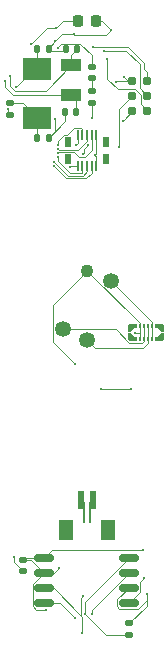
<source format=gbr>
%TF.GenerationSoftware,KiCad,Pcbnew,9.0.0*%
%TF.CreationDate,2025-03-13T15:41:23-04:00*%
%TF.ProjectId,IngestibleCapsule-Board,496e6765-7374-4696-926c-654361707375,rev?*%
%TF.SameCoordinates,Original*%
%TF.FileFunction,Copper,L2,Bot*%
%TF.FilePolarity,Positive*%
%FSLAX46Y46*%
G04 Gerber Fmt 4.6, Leading zero omitted, Abs format (unit mm)*
G04 Created by KiCad (PCBNEW 9.0.0) date 2025-03-13 15:41:23*
%MOMM*%
%LPD*%
G01*
G04 APERTURE LIST*
G04 Aperture macros list*
%AMRoundRect*
0 Rectangle with rounded corners*
0 $1 Rounding radius*
0 $2 $3 $4 $5 $6 $7 $8 $9 X,Y pos of 4 corners*
0 Add a 4 corners polygon primitive as box body*
4,1,4,$2,$3,$4,$5,$6,$7,$8,$9,$2,$3,0*
0 Add four circle primitives for the rounded corners*
1,1,$1+$1,$2,$3*
1,1,$1+$1,$4,$5*
1,1,$1+$1,$6,$7*
1,1,$1+$1,$8,$9*
0 Add four rect primitives between the rounded corners*
20,1,$1+$1,$2,$3,$4,$5,0*
20,1,$1+$1,$4,$5,$6,$7,0*
20,1,$1+$1,$6,$7,$8,$9,0*
20,1,$1+$1,$8,$9,$2,$3,0*%
G04 Aperture macros list end*
%TA.AperFunction,EtchedComponent*%
%ADD10C,0.000000*%
%TD*%
%TA.AperFunction,SMDPad,CuDef*%
%ADD11R,0.600000X1.550000*%
%TD*%
%TA.AperFunction,SMDPad,CuDef*%
%ADD12R,1.200000X1.800000*%
%TD*%
%TA.AperFunction,ComponentPad*%
%ADD13C,1.350000*%
%TD*%
%TA.AperFunction,ComponentPad*%
%ADD14C,1.100000*%
%TD*%
%TA.AperFunction,SMDPad,CuDef*%
%ADD15R,2.400000X1.900000*%
%TD*%
%TA.AperFunction,SMDPad,CuDef*%
%ADD16R,0.220000X0.900000*%
%TD*%
%TA.AperFunction,SMDPad,CuDef*%
%ADD17R,0.500000X0.850000*%
%TD*%
%TA.AperFunction,ConnectorPad*%
%ADD18C,0.787400*%
%TD*%
%TA.AperFunction,SMDPad,CuDef*%
%ADD19RoundRect,0.135000X-0.185000X0.135000X-0.185000X-0.135000X0.185000X-0.135000X0.185000X0.135000X0*%
%TD*%
%TA.AperFunction,SMDPad,CuDef*%
%ADD20RoundRect,0.140000X0.140000X0.170000X-0.140000X0.170000X-0.140000X-0.170000X0.140000X-0.170000X0*%
%TD*%
%TA.AperFunction,SMDPad,CuDef*%
%ADD21RoundRect,0.225000X-0.225000X-0.250000X0.225000X-0.250000X0.225000X0.250000X-0.225000X0.250000X0*%
%TD*%
%TA.AperFunction,SMDPad,CuDef*%
%ADD22RoundRect,0.140000X-0.140000X-0.170000X0.140000X-0.170000X0.140000X0.170000X-0.140000X0.170000X0*%
%TD*%
%TA.AperFunction,SMDPad,CuDef*%
%ADD23RoundRect,0.147500X0.172500X-0.147500X0.172500X0.147500X-0.172500X0.147500X-0.172500X-0.147500X0*%
%TD*%
%TA.AperFunction,SMDPad,CuDef*%
%ADD24RoundRect,0.140000X-0.170000X0.140000X-0.170000X-0.140000X0.170000X-0.140000X0.170000X0.140000X0*%
%TD*%
%TA.AperFunction,SMDPad,CuDef*%
%ADD25RoundRect,0.162500X0.650000X0.162500X-0.650000X0.162500X-0.650000X-0.162500X0.650000X-0.162500X0*%
%TD*%
%TA.AperFunction,SMDPad,CuDef*%
%ADD26R,0.230000X0.350000*%
%TD*%
%TA.AperFunction,SMDPad,CuDef*%
%ADD27R,1.800000X1.000000*%
%TD*%
%TA.AperFunction,ViaPad*%
%ADD28C,0.250000*%
%TD*%
%TA.AperFunction,Conductor*%
%ADD29C,0.200000*%
%TD*%
%TA.AperFunction,Conductor*%
%ADD30C,0.100000*%
%TD*%
G04 APERTURE END LIST*
D10*
%TA.AperFunction,EtchedComponent*%
%TO.C,J3*%
G36*
X104225001Y-94600000D02*
G01*
X103945001Y-94600000D01*
X103715001Y-94919999D01*
X103500001Y-94919999D01*
X103500001Y-94389999D01*
X103639999Y-94250000D01*
X104225001Y-94250000D01*
X104225001Y-94600000D01*
G37*
%TD.AperFunction*%
%TA.AperFunction,EtchedComponent*%
G36*
X103945001Y-95400000D02*
G01*
X104225001Y-95400000D01*
X104225001Y-95750000D01*
X103639999Y-95750000D01*
X103500001Y-95610001D01*
X103500001Y-95080001D01*
X103715001Y-95080001D01*
X103945001Y-95400000D01*
G37*
%TD.AperFunction*%
%TA.AperFunction,EtchedComponent*%
G36*
X106499999Y-94389999D02*
G01*
X106499999Y-94919999D01*
X106284999Y-94919999D01*
X106054999Y-94600000D01*
X105774999Y-94600000D01*
X105774999Y-94250000D01*
X106360001Y-94250000D01*
X106499999Y-94389999D01*
G37*
%TD.AperFunction*%
%TA.AperFunction,EtchedComponent*%
G36*
X106499999Y-95610001D02*
G01*
X106360001Y-95750000D01*
X105774999Y-95750000D01*
X105774999Y-95400000D01*
X106054999Y-95400000D01*
X106284999Y-95080001D01*
X106499999Y-95080001D01*
X106499999Y-95610001D01*
G37*
%TD.AperFunction*%
%TD*%
D11*
%TO.P,J6,1,Pin_1*%
%TO.N,/RF Transceiver/RFN*%
X100500000Y-109163000D03*
%TO.P,J6,2,Pin_2*%
%TO.N,/RF Transceiver/RFP*%
X99500000Y-109163000D03*
D12*
%TO.P,J6,MP1*%
%TO.N,N/C*%
X101800000Y-111688000D03*
%TO.P,J6,MP2*%
X98200000Y-111688000D03*
%TD*%
D13*
%TO.P,U2,1,SDA*%
%TO.N,/SEN_I2C_SDA*%
X100000000Y-95600000D03*
%TO.P,U2,2,VDD*%
%TO.N,I2C_VDD*%
X102065000Y-90615000D03*
D14*
%TO.P,U2,3,GND*%
%TO.N,I2C_GND*%
X100000000Y-89760000D03*
D13*
%TO.P,U2,4,SCL*%
%TO.N,/SEN_I2C_SCL*%
X97935000Y-94745000D03*
%TD*%
D15*
%TO.P,Y1,1,1*%
%TO.N,Net-(C2-Pad2)*%
X95800000Y-76800000D03*
%TO.P,Y1,2,2*%
%TO.N,Net-(U1-PF0)*%
X95800000Y-72700000D03*
%TD*%
D16*
%TO.P,J5,1,1*%
%TO.N,GND*%
X100800001Y-78285001D03*
%TO.P,J5,2,2*%
%TO.N,/MCU_SPI_MISO*%
X100399999Y-78285001D03*
%TO.P,J5,3,3*%
%TO.N,/MCU_SPI_MOSI*%
X100000000Y-78285001D03*
%TO.P,J5,4,4*%
%TO.N,/MCU_MEM_CS*%
X99600001Y-78285001D03*
%TO.P,J5,5,5*%
%TO.N,+3.3V*%
X99199999Y-78285001D03*
%TO.P,J5,6,6*%
%TO.N,GND*%
X100800001Y-80914999D03*
%TO.P,J5,7,7*%
%TO.N,/MCU_RF_IRQ*%
X100399999Y-80914999D03*
%TO.P,J5,8,8*%
%TO.N,/MCU_RF_CS*%
X100000000Y-80914999D03*
%TO.P,J5,9,9*%
%TO.N,/MCU_SPI_SCK*%
X99600001Y-80914999D03*
%TO.P,J5,10,10*%
%TO.N,+3.3V*%
X99199999Y-80914999D03*
D17*
%TO.P,J5,P1*%
%TO.N,N/C*%
X101600000Y-80340000D03*
%TO.P,J5,P2*%
X98400003Y-80340000D03*
%TO.P,J5,P3*%
X101600000Y-78860000D03*
%TO.P,J5,P4*%
X98400003Y-78860000D03*
%TD*%
D18*
%TO.P,J1,1,VCC*%
%TO.N,+3.3V*%
X103830000Y-76240000D03*
%TO.P,J1,2,SWDIO*%
%TO.N,/Processor/SWDIO*%
X105100000Y-76240000D03*
%TO.P,J1,3,~{RESET}*%
%TO.N,/Processor/NRST*%
X103830000Y-74970000D03*
%TO.P,J1,4,SWCLK*%
%TO.N,/Processor/SWCLK*%
X105100000Y-74970000D03*
%TO.P,J1,5,GND*%
%TO.N,GND*%
X103830000Y-73700000D03*
%TO.P,J1,6,SWO*%
%TO.N,/Processor/SWO*%
X105100000Y-73700000D03*
%TD*%
D19*
%TO.P,R4,1*%
%TO.N,Net-(D1-K)*%
X100400000Y-74590000D03*
%TO.P,R4,2*%
%TO.N,GND*%
X100400000Y-75610000D03*
%TD*%
D20*
%TO.P,C2,1*%
%TO.N,GND*%
X96760000Y-78500000D03*
%TO.P,C2,2*%
%TO.N,Net-(C2-Pad2)*%
X95800000Y-78500000D03*
%TD*%
D19*
%TO.P,R8,1*%
%TO.N,SPI_VDD*%
X103597500Y-119610000D03*
%TO.P,R8,2*%
%TO.N,/MEM_CS*%
X103597500Y-120630000D03*
%TD*%
D21*
%TO.P,C24,1*%
%TO.N,+3.3V*%
X99225000Y-68600000D03*
%TO.P,C24,2*%
%TO.N,GND*%
X100775000Y-68600000D03*
%TD*%
D22*
%TO.P,C4,1*%
%TO.N,GND*%
X98140000Y-76300000D03*
%TO.P,C4,2*%
%TO.N,Net-(U1-PC15)*%
X99100000Y-76300000D03*
%TD*%
D23*
%TO.P,D1,1,K*%
%TO.N,Net-(D1-K)*%
X100400000Y-73485000D03*
%TO.P,D1,2,A*%
%TO.N,/Processor/LED_OUT*%
X100400000Y-72515000D03*
%TD*%
D19*
%TO.P,R1,1*%
%TO.N,Net-(C2-Pad2)*%
X93500000Y-75590000D03*
%TO.P,R1,2*%
%TO.N,Net-(U1-PF1)*%
X93500000Y-76610000D03*
%TD*%
D24*
%TO.P,C14,1*%
%TO.N,SPI_VDD*%
X94597500Y-114235000D03*
%TO.P,C14,2*%
%TO.N,SPI_GND*%
X94597500Y-115195000D03*
%TD*%
D25*
%TO.P,U4,1,~{CS}*%
%TO.N,/MEM_CS*%
X103535000Y-114090000D03*
%TO.P,U4,2,DO/IO_{1}*%
%TO.N,/SPI_MISO*%
X103535000Y-115360000D03*
%TO.P,U4,3,~{WP}/IO_{2}*%
%TO.N,SPI_VDD*%
X103535000Y-116630000D03*
%TO.P,U4,4,GND*%
%TO.N,SPI_GND*%
X103535000Y-117900000D03*
%TO.P,U4,5,DI/IO_{0}*%
%TO.N,/SPI_MOSI*%
X96360000Y-117900000D03*
%TO.P,U4,6,CLK*%
%TO.N,/SPI_SCK*%
X96360000Y-116630000D03*
%TO.P,U4,7,~{HOLD}/~{RESET}/IO_{3}*%
%TO.N,SPI_VDD*%
X96360000Y-115360000D03*
%TO.P,U4,8,VCC*%
X96360000Y-114090000D03*
%TD*%
D26*
%TO.P,J3,1,1*%
%TO.N,I2C_GND*%
X104475000Y-94425000D03*
X104475000Y-95575000D03*
%TO.P,J3,2,2*%
%TO.N,/SEN_I2C_SCL*%
X104824999Y-94425000D03*
X104824999Y-95575000D03*
%TO.P,J3,3,3*%
%TO.N,/SEN_I2C_SDA*%
X105175001Y-94425000D03*
X105175001Y-95575000D03*
%TO.P,J3,4,4*%
%TO.N,I2C_VDD*%
X105525000Y-94425000D03*
X105525000Y-95575000D03*
%TD*%
D20*
%TO.P,C1,1*%
%TO.N,GND*%
X96760000Y-71000000D03*
%TO.P,C1,2*%
%TO.N,Net-(U1-PF0)*%
X95800000Y-71000000D03*
%TD*%
D22*
%TO.P,C3,1*%
%TO.N,GND*%
X98220000Y-71000000D03*
%TO.P,C3,2*%
%TO.N,Net-(U1-PC14)*%
X99180000Y-71000000D03*
%TD*%
D27*
%TO.P,Y2,1,1*%
%TO.N,Net-(U1-PC15)*%
X98671772Y-74850000D03*
%TO.P,Y2,2,2*%
%TO.N,Net-(U1-PC14)*%
X98671772Y-72350000D03*
%TD*%
D28*
%TO.N,Net-(U1-PF0)*%
X94000000Y-74250000D03*
%TO.N,GND*%
X100400000Y-76850000D03*
X99700000Y-79850000D03*
X100650000Y-80000000D03*
X97300000Y-70350000D03*
X103150000Y-73400000D03*
X100050000Y-79125000D03*
X102000000Y-69350000D03*
X98900000Y-69750000D03*
X102450000Y-73750000D03*
X97300000Y-76900000D03*
%TO.N,Net-(U1-PC14)*%
X93500000Y-73300000D03*
%TO.N,Net-(U1-PC15)*%
X93100000Y-73700000D03*
%TO.N,+3.3V*%
X97400000Y-69200000D03*
X98600000Y-81000000D03*
X95250000Y-70550000D03*
X103025000Y-77100000D03*
X99050000Y-79125000D03*
%TO.N,/Processor/NRST*%
X102750000Y-79300000D03*
%TO.N,/Processor/LED_OUT*%
X97550000Y-70925000D03*
%TO.N,/Processor/SWO*%
X100550000Y-70850000D03*
%TO.N,/Processor/SWDIO*%
X101737500Y-71850000D03*
%TO.N,/Processor/SWCLK*%
X101450000Y-71150000D03*
%TO.N,Net-(U1-PF1)*%
X93312500Y-76085000D03*
%TO.N,Net-(U3-SDO{slash}ADDR)*%
X103750000Y-99750000D03*
X101150000Y-99750000D03*
%TO.N,/RF Transceiver/RFP*%
X99790000Y-111060000D03*
%TO.N,/RF Transceiver/RFN*%
X100230000Y-111040000D03*
%TO.N,I2C_GND*%
X104100000Y-95000000D03*
X98975000Y-97700000D03*
%TO.N,/MCU_SPI_MOSI*%
X97544408Y-79449447D03*
%TO.N,/MCU_MEM_CS*%
X97564136Y-79100000D03*
%TO.N,/MCU_SPI_MISO*%
X97550000Y-79800000D03*
%TO.N,/MCU_RF_IRQ*%
X97230545Y-80919455D03*
%TO.N,/MCU_RF_CS*%
X97250000Y-80550000D03*
%TO.N,/MCU_SPI_SCK*%
X97550000Y-80150003D03*
%TO.N,SPI_GND*%
X104840000Y-115770000D03*
X93850000Y-114025000D03*
%TO.N,SPI_VDD*%
X97600000Y-114952500D03*
X104762500Y-113437500D03*
X105075000Y-117150000D03*
X96550000Y-118475000D03*
%TO.N,/SPI_MOSI*%
X98975000Y-119200000D03*
%TO.N,/MEM_CS*%
X99825000Y-118850000D03*
%TO.N,/SPI_MISO*%
X100400000Y-118850000D03*
%TO.N,/SPI_SCK*%
X99625000Y-117350000D03*
X99600000Y-120475000D03*
%TD*%
D29*
%TO.N,/RF Transceiver/RFP*%
X99790000Y-109453000D02*
X99500000Y-109163000D01*
X99790000Y-111060000D02*
X99790000Y-109453000D01*
%TO.N,/RF Transceiver/RFN*%
X100230000Y-109433000D02*
X100500000Y-109163000D01*
X100230000Y-111040000D02*
X100230000Y-109433000D01*
D30*
%TO.N,Net-(U1-PF0)*%
X94000000Y-74250000D02*
X95550000Y-72700000D01*
X95550000Y-72700000D02*
X95800000Y-72700000D01*
X95800000Y-72700000D02*
X95800000Y-71000000D01*
%TO.N,GND*%
X100050000Y-79125000D02*
X99750000Y-79425000D01*
X102450000Y-73750000D02*
X102500000Y-73700000D01*
X101250000Y-68600000D02*
X102000000Y-69350000D01*
X100800001Y-80150001D02*
X100650000Y-80000000D01*
X103830000Y-73700000D02*
X103450000Y-73700000D01*
X98140000Y-76300000D02*
X98140000Y-77120000D01*
X96960000Y-71200000D02*
X96760000Y-71000000D01*
X97300000Y-77960000D02*
X97300000Y-76900000D01*
X102000000Y-69350000D02*
X101575000Y-69775000D01*
X99750000Y-79800000D02*
X99700000Y-79850000D01*
X98925000Y-69775000D02*
X98900000Y-69750000D01*
X96760000Y-78500000D02*
X97300000Y-77960000D01*
X98220000Y-71000000D02*
X98020000Y-71200000D01*
X98020000Y-71200000D02*
X96960000Y-71200000D01*
X100775000Y-68600000D02*
X101250000Y-68600000D01*
X101575000Y-69775000D02*
X98925000Y-69775000D01*
X99750000Y-79425000D02*
X99750000Y-79800000D01*
X97900000Y-69750000D02*
X98900000Y-69750000D01*
X103450000Y-73700000D02*
X103150000Y-73400000D01*
X98140000Y-77120000D02*
X96760000Y-78500000D01*
X102500000Y-73700000D02*
X103830000Y-73700000D01*
X100400000Y-76850000D02*
X100400000Y-75610000D01*
X100800001Y-78285001D02*
X100800001Y-79849999D01*
X97300000Y-70350000D02*
X97900000Y-69750000D01*
X96760000Y-70890000D02*
X97300000Y-70350000D01*
X100800001Y-79849999D02*
X100650000Y-80000000D01*
X96760000Y-71000000D02*
X96760000Y-70890000D01*
X100800001Y-80914999D02*
X100800001Y-80150001D01*
%TO.N,Net-(C2-Pad2)*%
X94590000Y-75590000D02*
X95800000Y-76800000D01*
X93500000Y-75590000D02*
X94590000Y-75590000D01*
X95800000Y-76800000D02*
X95800000Y-78500000D01*
%TO.N,Net-(U1-PC14)*%
X93885677Y-74526000D02*
X96495772Y-74526000D01*
X98671772Y-72350000D02*
X98671772Y-71508228D01*
X93500000Y-73300000D02*
X93500000Y-74140323D01*
X93500000Y-74140323D02*
X93885677Y-74526000D01*
X96495772Y-74526000D02*
X98671772Y-72350000D01*
X98671772Y-71508228D02*
X99180000Y-71000000D01*
%TO.N,Net-(U1-PC15)*%
X93100000Y-74200000D02*
X93750000Y-74850000D01*
X99100000Y-75278228D02*
X98671772Y-74850000D01*
X93100000Y-73700000D02*
X93100000Y-74200000D01*
X99100000Y-76300000D02*
X99100000Y-75278228D01*
X93750000Y-74850000D02*
X98671772Y-74850000D01*
%TO.N,+3.3V*%
X99225000Y-68600000D02*
X98000000Y-68600000D01*
X99199999Y-78285001D02*
X99199999Y-78975001D01*
X99199999Y-78975001D02*
X99050000Y-79125000D01*
X99199999Y-80914999D02*
X98685001Y-80914999D01*
X95250000Y-70550000D02*
X96600000Y-69200000D01*
X103100000Y-77025000D02*
X103100000Y-76970000D01*
X98000000Y-68600000D02*
X97400000Y-69200000D01*
X103025000Y-77100000D02*
X103100000Y-77025000D01*
X96600000Y-69200000D02*
X97400000Y-69200000D01*
X98685001Y-80914999D02*
X98600000Y-81000000D01*
X103100000Y-76970000D02*
X103830000Y-76240000D01*
%TO.N,/Processor/NRST*%
X102750000Y-76050000D02*
X103830000Y-74970000D01*
X102750000Y-79300000D02*
X102750000Y-76050000D01*
%TO.N,/Processor/LED_OUT*%
X99444416Y-70539000D02*
X100400000Y-71494584D01*
X97550000Y-70800000D02*
X97811000Y-70539000D01*
X100400000Y-71494584D02*
X100400000Y-72515000D01*
X97811000Y-70539000D02*
X99444416Y-70539000D01*
X97550000Y-70925000D02*
X97550000Y-70800000D01*
%TO.N,Net-(D1-K)*%
X100400000Y-73485000D02*
X100400000Y-74590000D01*
%TO.N,/Processor/SWO*%
X103500000Y-70850000D02*
X100550000Y-70850000D01*
X105100000Y-73700000D02*
X105100000Y-72963006D01*
X104834700Y-72697706D02*
X104834700Y-72184700D01*
X104834700Y-72184700D02*
X103500000Y-70850000D01*
X105100000Y-72963006D02*
X104834700Y-72697706D01*
%TO.N,/Processor/SWDIO*%
X104055623Y-74425300D02*
X104555300Y-74924977D01*
X104555300Y-75695300D02*
X105100000Y-76240000D01*
X101737500Y-71850000D02*
X101737500Y-73537500D01*
X104555300Y-74924977D02*
X104555300Y-75695300D01*
X101737500Y-73537500D02*
X102625300Y-74425300D01*
X102625300Y-74425300D02*
X104055623Y-74425300D01*
%TO.N,/Processor/SWCLK*%
X103300000Y-71150000D02*
X101450000Y-71150000D01*
X105100000Y-74970000D02*
X104450000Y-74320000D01*
X104450000Y-74320000D02*
X104450000Y-72300000D01*
X104450000Y-72300000D02*
X103300000Y-71150000D01*
%TO.N,Net-(U1-PF1)*%
X93312500Y-76085000D02*
X93312500Y-76422500D01*
X93312500Y-76422500D02*
X93500000Y-76610000D01*
%TO.N,Net-(U3-SDO{slash}ADDR)*%
X103750000Y-99750000D02*
X101150000Y-99750000D01*
%TO.N,I2C_GND*%
X104475000Y-95000000D02*
X104475000Y-95575000D01*
X100000000Y-89760000D02*
X104475000Y-94235000D01*
X97109000Y-95834000D02*
X98975000Y-97700000D01*
X100000000Y-89760000D02*
X97109000Y-92651000D01*
X104475000Y-94235000D02*
X104475000Y-94425000D01*
X97109000Y-92651000D02*
X97109000Y-95834000D01*
X104475000Y-94425000D02*
X104475000Y-95000000D01*
X104100000Y-95000000D02*
X104475000Y-95000000D01*
%TO.N,I2C_VDD*%
X105525000Y-94425000D02*
X105525000Y-95575000D01*
X105525000Y-94075000D02*
X105525000Y-94425000D01*
X102065000Y-90615000D02*
X105525000Y-94075000D01*
%TO.N,/SEN_I2C_SDA*%
X100675000Y-96275000D02*
X104750001Y-96275000D01*
X105175001Y-94425000D02*
X105175001Y-95575000D01*
X105175001Y-95850000D02*
X105175001Y-95575000D01*
X100000000Y-95600000D02*
X100675000Y-96275000D01*
X104750001Y-96275000D02*
X105175001Y-95850000D01*
%TO.N,/SEN_I2C_SCL*%
X104824999Y-95734002D02*
X104824999Y-95575000D01*
X104658001Y-95901000D02*
X104824999Y-95734002D01*
X97935000Y-94745000D02*
X102421451Y-94745000D01*
X102421451Y-94745000D02*
X103577451Y-95901000D01*
X103577451Y-95901000D02*
X104658001Y-95901000D01*
X104824999Y-94425000D02*
X104824999Y-95575000D01*
%TO.N,/MCU_SPI_MOSI*%
X99262500Y-79525000D02*
X97619961Y-79525000D01*
X97619961Y-79525000D02*
X97544408Y-79449447D01*
X100000000Y-78787500D02*
X99938500Y-78849000D01*
X99938500Y-78849000D02*
X99935677Y-78849000D01*
X99935677Y-78849000D02*
X99774000Y-79010677D01*
X100000000Y-78285001D02*
X100000000Y-78787500D01*
X99774000Y-79010677D02*
X99774000Y-79013500D01*
X99774000Y-79013500D02*
X99262500Y-79525000D01*
%TO.N,/MCU_MEM_CS*%
X98938999Y-77684001D02*
X99498001Y-77684001D01*
X99600001Y-77786001D02*
X99600001Y-78285001D01*
X98339000Y-78284000D02*
X98938999Y-77684001D01*
X97564136Y-78785864D02*
X98066000Y-78284000D01*
X99498001Y-77684001D02*
X99600001Y-77786001D01*
X98066000Y-78284000D02*
X98339000Y-78284000D01*
X97564136Y-79100000D02*
X97564136Y-78785864D01*
%TO.N,/MCU_SPI_MISO*%
X100399999Y-79540324D02*
X99814323Y-80126000D01*
X97624553Y-79725447D02*
X97550000Y-79800000D01*
X100399999Y-78285001D02*
X100399999Y-79540324D01*
X99326000Y-80126000D02*
X98925447Y-79725447D01*
X99814323Y-80126000D02*
X99326000Y-80126000D01*
X98925447Y-79725447D02*
X97624553Y-79725447D01*
%TO.N,/MCU_RF_IRQ*%
X100399999Y-80914999D02*
X100399999Y-81464999D01*
X98229089Y-81917999D02*
X97230545Y-80919455D01*
X99946999Y-81917999D02*
X98229089Y-81917999D01*
X100399999Y-81464999D02*
X99946999Y-81917999D01*
%TO.N,/MCU_RF_CS*%
X97250000Y-80550000D02*
X98416999Y-81716999D01*
X98416999Y-81716999D02*
X99632258Y-81716999D01*
X99632258Y-81716999D02*
X100000000Y-81349257D01*
X100000000Y-81349257D02*
X100000000Y-80914999D01*
%TO.N,/MCU_SPI_SCK*%
X99600001Y-80914999D02*
X99600001Y-81464999D01*
X97550000Y-80465003D02*
X97550000Y-80150003D01*
X98600996Y-81515999D02*
X97550000Y-80465003D01*
X99549001Y-81515999D02*
X98600996Y-81515999D01*
X99600001Y-81464999D02*
X99549001Y-81515999D01*
%TO.N,SPI_GND*%
X93850000Y-114447500D02*
X93850000Y-114025000D01*
X104840000Y-115770000D02*
X104500000Y-116110000D01*
X104500000Y-116935000D02*
X103535000Y-117900000D01*
X104500000Y-116110000D02*
X104500000Y-116935000D01*
X94597500Y-115195000D02*
X93850000Y-114447500D01*
%TO.N,SPI_VDD*%
X103535000Y-116630000D02*
X102571500Y-117593500D01*
X104319358Y-118376000D02*
X105075000Y-117620358D01*
X103597500Y-119610000D02*
X105075000Y-118132500D01*
X105075000Y-117620358D02*
X105075000Y-117150000D01*
X94597500Y-114235000D02*
X95235000Y-114235000D01*
X104762500Y-113437500D02*
X97012500Y-113437500D01*
X95396500Y-116323500D02*
X95396500Y-118196858D01*
X95396500Y-118196858D02*
X95674642Y-118475000D01*
X102750642Y-118376000D02*
X104319358Y-118376000D01*
X97012500Y-113437500D02*
X96360000Y-114090000D01*
X97192500Y-115360000D02*
X97600000Y-114952500D01*
X96360000Y-115360000D02*
X95396500Y-116323500D01*
X102571500Y-118196858D02*
X102750642Y-118376000D01*
X95674642Y-118475000D02*
X96550000Y-118475000D01*
X95235000Y-114235000D02*
X96360000Y-115360000D01*
X96360000Y-114090000D02*
X94742500Y-114090000D01*
X105075000Y-118132500D02*
X105075000Y-117150000D01*
X94742500Y-114090000D02*
X94597500Y-114235000D01*
X96360000Y-115360000D02*
X97192500Y-115360000D01*
X102571500Y-117593500D02*
X102571500Y-118196858D01*
%TO.N,/SPI_MOSI*%
X97675000Y-117900000D02*
X98975000Y-119200000D01*
X96360000Y-117900000D02*
X97675000Y-117900000D01*
X98975000Y-119200000D02*
X98925000Y-119200000D01*
%TO.N,/MEM_CS*%
X103597500Y-120630000D02*
X101605000Y-120630000D01*
X99825000Y-118850000D02*
X99825000Y-117800000D01*
X101605000Y-120630000D02*
X99825000Y-118850000D01*
X99825000Y-117800000D02*
X103535000Y-114090000D01*
%TO.N,/SPI_MISO*%
X100400000Y-118495000D02*
X100400000Y-118850000D01*
X103535000Y-115360000D02*
X100400000Y-118495000D01*
%TO.N,/SPI_SCK*%
X99600000Y-119057501D02*
X99600000Y-120475000D01*
X99536249Y-118993751D02*
X99600000Y-119057501D01*
X96360000Y-116630000D02*
X97172499Y-116630000D01*
X97172499Y-116630000D02*
X99536249Y-118993751D01*
X99536249Y-118993751D02*
X99536249Y-117438751D01*
X99536249Y-117438751D02*
X99625000Y-117350000D01*
%TD*%
M02*

</source>
